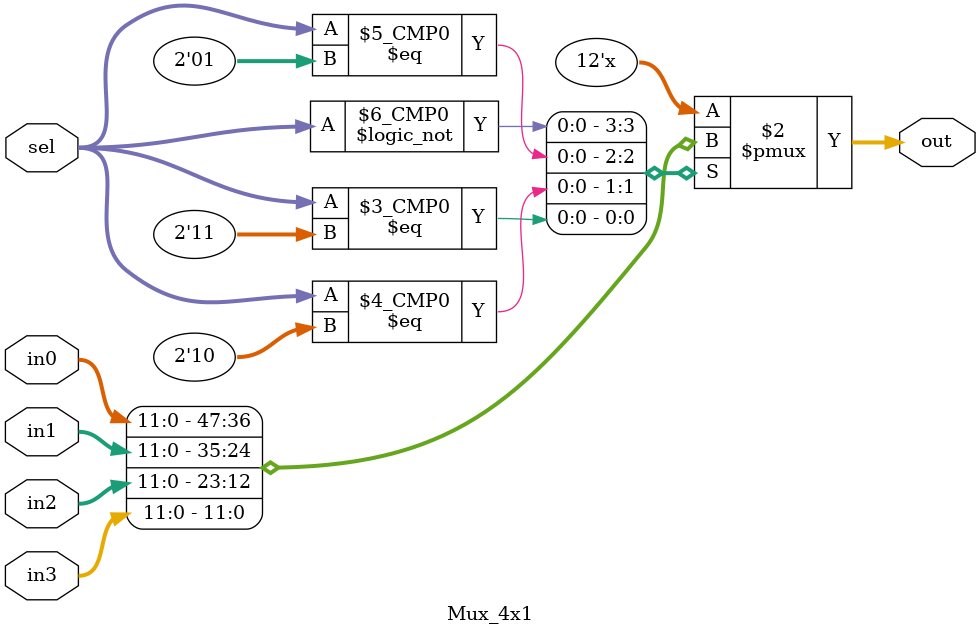
<source format=v>
module Mux_4x1 (
    input [11:0] in0,      
    input [11:0] in1,
	 input [11:0] in2,      
    input [11:0] in3,	 
    input [1:0] sel,            // Sinal de seleção (1 bit) que decide qual entrada será passada para a saída
    output reg [11:0] out      // Saída do MUX (8 bits), refletindo a entrada selecionada
);

	always @(*) begin
		case (sel)
			2'b00: out = in0; // Se sel = 00, out recebe in0
         2'b01: out = in1; // Se sel = 01, out recebe in1
         2'b10: out = in2; // Se sel = 02, out recebe in2
         2'b11: out = in3; // Se sel = 03, out recebe in3
			default: out = 8'hFF;
		endcase
	end
endmodule

</source>
